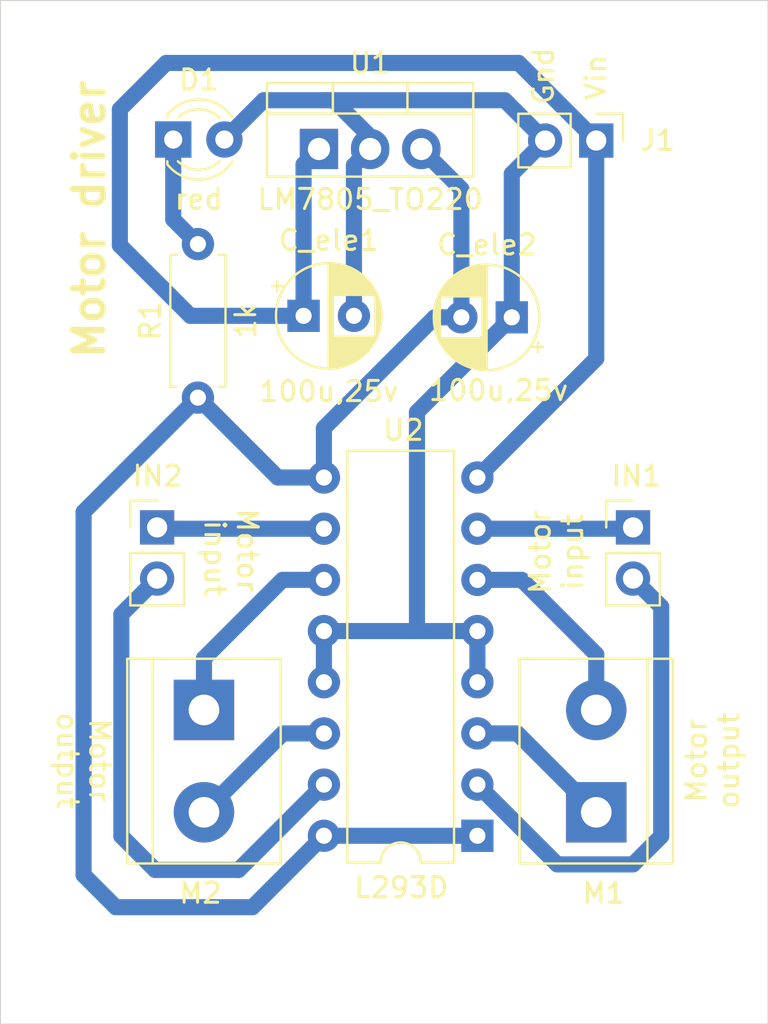
<source format=kicad_pcb>
(kicad_pcb (version 20240108) (generator "pcbnew") (generator_version "8.0")
  (layers (0 "F.Cu" signal) (31 "B.Cu" signal) (34 "B.Paste" user) (35 "F.Paste" user) (36 "B.SilkS" user "B.Silkscreen") (37 "F.SilkS" user "F.Silkscreen") (38 "B.Mask" user) (39 "F.Mask" user) (44 "Edge.Cuts" user))
  (net 0 "")
  (net 1 "/Vin")
  (net 2 "/GND")
  (net 3 "Net-(C_ele2-C)")
  (net 4 "Net-(D1-A)")
  (net 5 "Net-(IN1-Pin_2)")
  (net 6 "Net-(IN1-Pin_1)")
  (net 7 "Net-(IN2-Pin_1)")
  (net 8 "Net-(IN2-Pin_2)")
  (net 9 "Net-(M1-Pin_1)")
  (net 10 "Net-(M1-Pin_2)")
  (net 11 "Net-(M2-Pin_1)")
  (net 12 "Net-(M2-Pin_2)")
  (footprint "Resistor_THT:R_Axial_DIN0207_L6.3mm_D2.5mm_P7.62mm_Horizontal" (layer "F.Cu") (at 145.275 89.135 90)
    (property "Reference" "R1" (at 3.81 -2.37 90) (layer "F.SilkS"))
    (property "Value" "1k" (at 3.81 2.37 90) (layer "F.SilkS"))
    (fp_line (start 7.08 -1.37) (end 7.08 -1.04) (stroke (width 0.12)) (layer "F.SilkS"))
    (fp_line (start 0.54 -1.37) (end 7.08 -1.37) (stroke (width 0.12)) (layer "F.SilkS"))
    (fp_line (start 0.54 -1.04) (end 0.54 -1.37) (stroke (width 0.12)) (layer "F.SilkS"))
    (fp_line (start 0.54 1.04) (end 0.54 1.37) (stroke (width 0.12)) (layer "F.SilkS"))
    (fp_line (start 7.08 1.37) (end 7.08 1.04) (stroke (width 0.12)) (layer "F.SilkS"))
    (fp_line (start 0.54 1.37) (end 7.08 1.37) (stroke (width 0.12)) (layer "F.SilkS"))
    (pad "1" thru_hole circle (at 0 0 90) (size 1.6 1.6) (drill 0.8) (layers "*.Cu" "*.Mask") (net 3 "Net-(C_ele2-C)"))
    (pad "2" thru_hole oval (at 7.62 0 90) (size 1.6 1.6) (drill 0.8) (layers "*.Cu" "*.Mask") (net 4 "Net-(D1-A)"))
  )
  (footprint "Package_DIP:DIP-16_W7.62mm" (layer "F.Cu") (at 159.15 110.88 180)
    (property "Reference" "U2" (at 3.675 20.13 360) (layer "F.SilkS"))
    (property "Value" "L293D" (at 3.775 -2.57 0) (layer "F.SilkS"))
    (fp_line (start 6.46 19.11) (end 6.46 -1.33) (stroke (width 0.12)) (layer "F.SilkS"))
    (fp_line (start 6.46 -1.33) (end 4.81 -1.33) (stroke (width 0.12)) (layer "F.SilkS"))
    (fp_line (start 2.81 -1.33) (end 1.16 -1.33) (stroke (width 0.12)) (layer "F.SilkS"))
    (fp_line (start 1.16 19.11) (end 6.46 19.11) (stroke (width 0.12)) (layer "F.SilkS"))
    (fp_line (start 1.16 -1.33) (end 1.16 19.11) (stroke (width 0.12)) (layer "F.SilkS"))
    (fp_arc (start 4.81 -1.33) (mid 3.81 -0.33) (end 2.81 -1.33) (stroke (width 0.12)) (layer "F.SilkS"))
    (pad "1" thru_hole rect (at 0 0 180) (size 1.6 1.6) (drill 0.8) (layers "*.Cu" "*.Mask") (net 3 "Net-(C_ele2-C)"))
    (pad "2" thru_hole oval (at 0 2.54 180) (size 1.6 1.6) (drill 0.8) (layers "*.Cu" "*.Mask") (net 5 "Net-(IN1-Pin_2)"))
    (pad "3" thru_hole oval (at 0 5.08 180) (size 1.6 1.6) (drill 0.8) (layers "*.Cu" "*.Mask") (net 9 "Net-(M1-Pin_1)"))
    (pad "4" thru_hole oval (at 0 7.62 180) (size 1.6 1.6) (drill 0.8) (layers "*.Cu" "*.Mask") (net 2 "/GND"))
    (pad "5" thru_hole oval (at 0 10.16 180) (size 1.6 1.6) (drill 0.8) (layers "*.Cu" "*.Mask") (net 2 "/GND"))
    (pad "6" thru_hole oval (at 0 12.7 180) (size 1.6 1.6) (drill 0.8) (layers "*.Cu" "*.Mask") (net 10 "Net-(M1-Pin_2)"))
    (pad "7" thru_hole oval (at 0 15.24 180) (size 1.6 1.6) (drill 0.8) (layers "*.Cu" "*.Mask") (net 6 "Net-(IN1-Pin_1)"))
    (pad "8" thru_hole oval (at 0 17.78 180) (size 1.6 1.6) (drill 0.8) (layers "*.Cu" "*.Mask") (net 1 "/Vin"))
    (pad "9" thru_hole oval (at 7.62 17.78 180) (size 1.6 1.6) (drill 0.8) (layers "*.Cu" "*.Mask") (net 3 "Net-(C_ele2-C)"))
    (pad "10" thru_hole oval (at 7.62 15.24 180) (size 1.6 1.6) (drill 0.8) (layers "*.Cu" "*.Mask") (net 7 "Net-(IN2-Pin_1)"))
    (pad "11" thru_hole oval (at 7.62 12.7 180) (size 1.6 1.6) (drill 0.8) (layers "*.Cu" "*.Mask") (net 11 "Net-(M2-Pin_1)"))
    (pad "12" thru_hole oval (at 7.62 10.16 180) (size 1.6 1.6) (drill 0.8) (layers "*.Cu" "*.Mask") (net 2 "/GND"))
    (pad "13" thru_hole oval (at 7.62 7.62 180) (size 1.6 1.6) (drill 0.8) (layers "*.Cu" "*.Mask") (net 2 "/GND"))
    (pad "14" thru_hole oval (at 7.62 5.08 180) (size 1.6 1.6) (drill 0.8) (layers "*.Cu" "*.Mask") (net 12 "Net-(M2-Pin_2)"))
    (pad "15" thru_hole oval (at 7.62 2.54 180) (size 1.6 1.6) (drill 0.8) (layers "*.Cu" "*.Mask") (net 8 "Net-(IN2-Pin_2)"))
    (pad "16" thru_hole oval (at 7.62 0 180) (size 1.6 1.6) (drill 0.8) (layers "*.Cu" "*.Mask") (net 3 "Net-(C_ele2-C)"))
  )
  (footprint "TerminalBlock:TerminalBlock_bornier-2_P5.08mm" (layer "F.Cu") (at 145.575 104.635 -90)
    (property "Reference" "M2" (at 9.09 0.175 0) (layer "F.SilkS"))
    (property "Value" "Conn_01x02_Pin" (hide yes))
    (fp_line (start -2.54 3.81) (end 7.62 3.81) (stroke (width 0.12)) (layer "F.SilkS"))
    (fp_line (start 7.62 3.81) (end 7.62 -3.81) (stroke (width 0.12)) (layer "F.SilkS"))
    (fp_line (start 7.62 2.54) (end -2.54 2.54) (stroke (width 0.12)) (layer "F.SilkS"))
    (fp_line (start -2.54 -3.81) (end -2.54 3.81) (stroke (width 0.12)) (layer "F.SilkS"))
    (fp_line (start 7.62 -3.81) (end -2.54 -3.81) (stroke (width 0.12)) (layer "F.SilkS"))
    (pad "1" thru_hole rect (at 0 0 270) (size 3 3) (drill 1.52) (layers "*.Cu" "*.Mask") (net 11 "Net-(M2-Pin_1)"))
    (pad "2" thru_hole circle (at 5.08 0 270) (size 3 3) (drill 1.52) (layers "*.Cu" "*.Mask") (net 12 "Net-(M2-Pin_2)"))
  )
  (footprint "Connector_PinHeader_2.54mm:PinHeader_1x02_P2.54mm_Vertical" (layer "F.Cu") (at 165.05 76.375 -90)
    (property "Reference" "J1" (at -0.015 -3.05 180) (layer "F.SilkS"))
    (property "Value" "Conn_01x02_Pin" (hide yes))
    (fp_line (start -1.33 3.87) (end 1.33 3.87) (stroke (width 0.12)) (layer "F.SilkS"))
    (fp_line (start -1.33 1.27) (end -1.33 3.87) (stroke (width 0.12)) (layer "F.SilkS"))
    (fp_line (start -1.33 1.27) (end 1.33 1.27) (stroke (width 0.12)) (layer "F.SilkS"))
    (fp_line (start 1.33 1.27) (end 1.33 3.87) (stroke (width 0.12)) (layer "F.SilkS"))
    (fp_line (start -1.33 0) (end -1.33 -1.33) (stroke (width 0.12)) (layer "F.SilkS"))
    (fp_line (start -1.33 -1.33) (end 0 -1.33) (stroke (width 0.12)) (layer "F.SilkS"))
    (pad "1" thru_hole rect (at 0 0 270) (size 1.7 1.7) (drill 1) (layers "*.Cu" "*.Mask") (net 1 "/Vin"))
    (pad "2" thru_hole oval (at 0 2.54 270) (size 1.7 1.7) (drill 1) (layers "*.Cu" "*.Mask") (net 2 "/GND"))
  )
  (footprint "LED_THT:LED_D3.0mm" (layer "F.Cu") (at 144.05 76.325)
    (property "Reference" "D1" (at 1.27 -2.96 0) (layer "F.SilkS"))
    (property "Value" "red" (at 1.27 2.96 0) (layer "F.SilkS"))
    (fp_line (start -0.29 -1.236) (end -0.29 -1.08) (stroke (width 0.12)) (layer "F.SilkS"))
    (fp_line (start -0.29 1.08) (end -0.29 1.236) (stroke (width 0.12)) (layer "F.SilkS"))
    (fp_arc (start -0.29 -1.235516) (mid 1.366487 -1.987659) (end 2.942335 -1.078608) (stroke (width 0.12)) (layer "F.SilkS"))
    (fp_arc (start 0.229039 -1.08) (mid 1.270117 -1.5) (end 2.31113 -1.079837) (stroke (width 0.12)) (layer "F.SilkS"))
    (fp_arc (start 2.31113 1.079837) (mid 1.270117 1.5) (end 0.229039 1.08) (stroke (width 0.12)) (layer "F.SilkS"))
    (fp_arc (start 2.942335 1.078608) (mid 1.366487 1.987659) (end -0.29 1.235516) (stroke (width 0.12)) (layer "F.SilkS"))
    (pad "1" thru_hole rect (at 0 0) (size 1.8 1.8) (drill 0.9) (layers "*.Cu" "*.Mask") (net 4 "Net-(D1-A)"))
    (pad "2" thru_hole circle (at 2.54 0) (size 1.8 1.8) (drill 0.9) (layers "*.Cu" "*.Mask") (net 2 "/GND"))
  )
  (footprint "Connector_PinHeader_2.54mm:PinHeader_1x02_P2.54mm_Vertical" (layer "F.Cu") (at 143.25 95.575)
    (property "Reference" "IN2" (at 0.025 -2.55 0) (layer "F.SilkS"))
    (property "Value" "Conn_01x02_Pin" (hide yes))
    (fp_line (start -1.33 -1.33) (end 0 -1.33) (stroke (width 0.12)) (layer "F.SilkS"))
    (fp_line (start -1.33 0) (end -1.33 -1.33) (stroke (width 0.12)) (layer "F.SilkS"))
    (fp_line (start -1.33 1.27) (end -1.33 3.87) (stroke (width 0.12)) (layer "F.SilkS"))
    (fp_line (start -1.33 1.27) (end 1.33 1.27) (stroke (width 0.12)) (layer "F.SilkS"))
    (fp_line (start -1.33 3.87) (end 1.33 3.87) (stroke (width 0.12)) (layer "F.SilkS"))
    (fp_line (start 1.33 1.27) (end 1.33 3.87) (stroke (width 0.12)) (layer "F.SilkS"))
    (pad "1" thru_hole rect (at 0 0) (size 1.7 1.7) (drill 1) (layers "*.Cu" "*.Mask") (net 7 "Net-(IN2-Pin_1)"))
    (pad "2" thru_hole oval (at 0 2.54) (size 1.7 1.7) (drill 1) (layers "*.Cu" "*.Mask") (net 8 "Net-(IN2-Pin_2)"))
  )
  (footprint "Capacitor_THT:CP_Radial_D5.0mm_P2.50mm" (layer "F.Cu") (at 160.855113 85.15 180)
    (property "Reference" "C_ele2" (at 1.230113 3.6 360) (layer "F.SilkS"))
    (property "Value" "100u,25v" (at 0.655113 -3.625 360) (layer "F.SilkS"))
    (fp_line (start 3.851 -0.284) (end 3.851 0.284) (stroke (width 0.12)) (layer "F.SilkS"))
    (fp_line (start 3.811 -0.518) (end 3.811 0.518) (stroke (width 0.12)) (layer "F.SilkS"))
    (fp_line (start 3.771 -0.677) (end 3.771 0.677) (stroke (width 0.12)) (layer "F.SilkS"))
    (fp_line (start 3.731 -0.805) (end 3.731 0.805) (stroke (width 0.12)) (layer "F.SilkS"))
    (fp_line (start 3.691 -0.915) (end 3.691 0.915) (stroke (width 0.12)) (layer "F.SilkS"))
    (fp_line (start 3.651 -1.011) (end 3.651 1.011) (stroke (width 0.12)) (layer "F.SilkS"))
    (fp_line (start 3.611 -1.098) (end 3.611 1.098) (stroke (width 0.12)) (layer "F.SilkS"))
    (fp_line (start 3.571 -1.178) (end 3.571 1.178) (stroke (width 0.12)) (layer "F.SilkS"))
    (fp_line (start 3.531 1.04) (end 3.531 1.251) (stroke (width 0.12)) (layer "F.SilkS"))
    (fp_line (start 3.531 -1.251) (end 3.531 -1.04) (stroke (width 0.12)) (layer "F.SilkS"))
    (fp_line (start 3.491 1.04) (end 3.491 1.319) (stroke (width 0.12)) (layer "F.SilkS"))
    (fp_line (start 3.491 -1.319) (end 3.491 -1.04) (stroke (width 0.12)) (layer "F.SilkS"))
    (fp_line (start 3.451 1.04) (end 3.451 1.383) (stroke (width 0.12)) (layer "F.SilkS"))
    (fp_line (start 3.451 -1.383) (end 3.451 -1.04) (stroke (width 0.12)) (layer "F.SilkS"))
    (fp_line (start 3.411 1.04) (end 3.411 1.443) (stroke (width 0.12)) (layer "F.SilkS"))
    (fp_line (start 3.411 -1.443) (end 3.411 -1.04) (stroke (width 0.12)) (layer "F.SilkS"))
    (fp_line (start 3.371 1.04) (end 3.371 1.5) (stroke (width 0.12)) (layer "F.SilkS"))
    (fp_line (start 3.371 -1.5) (end 3.371 -1.04) (stroke (width 0.12)) (layer "F.SilkS"))
    (fp_line (start 3.331 1.04) (end 3.331 1.554) (stroke (width 0.12)) (layer "F.SilkS"))
    (fp_line (start 3.331 -1.554) (end 3.331 -1.04) (stroke (width 0.12)) (layer "F.SilkS"))
    (fp_line (start 3.291 1.04) (end 3.291 1.605) (stroke (width 0.12)) (layer "F.SilkS"))
    (fp_line (start 3.291 -1.605) (end 3.291 -1.04) (stroke (width 0.12)) (layer "F.SilkS"))
    (fp_line (start 3.251 1.04) (end 3.251 1.653) (stroke (width 0.12)) (layer "F.SilkS"))
    (fp_line (start 3.251 -1.653) (end 3.251 -1.04) (stroke (width 0.12)) (layer "F.SilkS"))
    (fp_line (start 3.211 1.04) (end 3.211 1.699) (stroke (width 0.12)) (layer "F.SilkS"))
    (fp_line (start 3.211 -1.699) (end 3.211 -1.04) (stroke (width 0.12)) (layer "F.SilkS"))
    (fp_line (start 3.171 1.04) (end 3.171 1.743) (stroke (width 0.12)) (layer "F.SilkS"))
    (fp_line (start 3.171 -1.743) (end 3.171 -1.04) (stroke (width 0.12)) (layer "F.SilkS"))
    (fp_line (start 3.131 1.04) (end 3.131 1.785) (stroke (width 0.12)) (layer "F.SilkS"))
    (fp_line (start 3.131 -1.785) (end 3.131 -1.04) (stroke (width 0.12)) (layer "F.SilkS"))
    (fp_line (start 3.091 1.04) (end 3.091 1.826) (stroke (width 0.12)) (layer "F.SilkS"))
    (fp_line (start 3.091 -1.826) (end 3.091 -1.04) (stroke (width 0.12)) (layer "F.SilkS"))
    (fp_line (start 3.051 1.04) (end 3.051 1.864) (stroke (width 0.12)) (layer "F.SilkS"))
    (fp_line (start 3.051 -1.864) (end 3.051 -1.04) (stroke (width 0.12)) (layer "F.SilkS"))
    (fp_line (start 3.011 1.04) (end 3.011 1.901) (stroke (width 0.12)) (layer "F.SilkS"))
    (fp_line (start 3.011 -1.901) (end 3.011 -1.04) (stroke (width 0.12)) (layer "F.SilkS"))
    (fp_line (start 2.971 1.04) (end 2.971 1.937) (stroke (width 0.12)) (layer "F.SilkS"))
    (fp_line (start 2.971 -1.937) (end 2.971 -1.04) (stroke (width 0.12)) (layer "F.SilkS"))
    (fp_line (start 2.931 1.04) (end 2.931 1.971) (stroke (width 0.12)) (layer "F.SilkS"))
    (fp_line (start 2.931 -1.971) (end 2.931 -1.04) (stroke (width 0.12)) (layer "F.SilkS"))
    (fp_line (start 2.891 1.04) (end 2.891 2.004) (stroke (width 0.12)) (layer "F.SilkS"))
    (fp_line (start 2.891 -2.004) (end 2.891 -1.04) (stroke (width 0.12)) (layer "F.SilkS"))
    (fp_line (start 2.851 1.04) (end 2.851 2.035) (stroke (width 0.12)) (layer "F.SilkS"))
    (fp_line (start 2.851 -2.035) (end 2.851 -1.04) (stroke (width 0.12)) (layer "F.SilkS"))
    (fp_line (start 2.811 1.04) (end 2.811 2.065) (stroke (width 0.12)) (layer "F.SilkS"))
    (fp_line (start 2.811 -2.065) (end 2.811 -1.04) (stroke (width 0.12)) (layer "F.SilkS"))
    (fp_line (start 2.771 1.04) (end 2.771 2.095) (stroke (width 0.12)) (layer "F.SilkS"))
    (fp_line (start 2.771 -2.095) (end 2.771 -1.04) (stroke (width 0.12)) (layer "F.SilkS"))
    (fp_line (start 2.731 1.04) (end 2.731 2.122) (stroke (width 0.12)) (layer "F.SilkS"))
    (fp_line (start 2.731 -2.122) (end 2.731 -1.04) (stroke (width 0.12)) (layer "F.SilkS"))
    (fp_line (start 2.691 1.04) (end 2.691 2.149) (stroke (width 0.12)) (layer "F.SilkS"))
    (fp_line (start 2.691 -2.149) (end 2.691 -1.04) (stroke (width 0.12)) (layer "F.SilkS"))
    (fp_line (start 2.651 1.04) (end 2.651 2.175) (stroke (width 0.12)) (layer "F.SilkS"))
    (fp_line (start 2.651 -2.175) (end 2.651 -1.04) (stroke (width 0.12)) (layer "F.SilkS"))
    (fp_line (start 2.611 1.04) (end 2.611 2.2) (stroke (width 0.12)) (layer "F.SilkS"))
    (fp_line (start 2.611 -2.2) (end 2.611 -1.04) (stroke (width 0.12)) (layer "F.SilkS"))
    (fp_line (start 2.571 1.04) (end 2.571 2.224) (stroke (width 0.12)) (layer "F.SilkS"))
    (fp_line (start 2.571 -2.224) (end 2.571 -1.04) (stroke (width 0.12)) (layer "F.SilkS"))
    (fp_line (start 2.531 1.04) (end 2.531 2.247) (stroke (width 0.12)) (layer "F.SilkS"))
    (fp_line (start 2.531 -2.247) (end 2.531 -1.04) (stroke (width 0.12)) (layer "F.SilkS"))
    (fp_line (start 2.491 1.04) (end 2.491 2.268) (stroke (width 0.12)) (layer "F.SilkS"))
    (fp_line (start 2.491 -2.268) (end 2.491 -1.04) (stroke (width 0.12)) (layer "F.SilkS"))
    (fp_line (start 2.451 1.04) (end 2.451 2.29) (stroke (width 0.12)) (layer "F.SilkS"))
    (fp_line (start 2.451 -2.29) (end 2.451 -1.04) (stroke (width 0.12)) (layer "F.SilkS"))
    (fp_line (start 2.411 1.04) (end 2.411 2.31) (stroke (width 0.12)) (layer "F.SilkS"))
    (fp_line (start 2.411 -2.31) (end 2.411 -1.04) (stroke (width 0.12)) (layer "F.SilkS"))
    (fp_line (start 2.371 1.04) (end 2.371 2.329) (stroke (width 0.12)) (layer "F.SilkS"))
    (fp_line (start 2.371 -2.329) (end 2.371 -1.04) (stroke (width 0.12)) (layer "F.SilkS"))
    (fp_line (start 2.331 1.04) (end 2.331 2.348) (stroke (width 0.12)) (layer "F.SilkS"))
    (fp_line (start 2.331 -2.348) (end 2.331 -1.04) (stroke (width 0.12)) (layer "F.SilkS"))
    (fp_line (start 2.291 1.04) (end 2.291 2.365) (stroke (width 0.12)) (layer "F.SilkS"))
    (fp_line (start 2.291 -2.365) (end 2.291 -1.04) (stroke (width 0.12)) (layer "F.SilkS"))
    (fp_line (start 2.251 1.04) (end 2.251 2.382) (stroke (width 0.12)) (layer "F.SilkS"))
    (fp_line (start 2.251 -2.382) (end 2.251 -1.04) (stroke (width 0.12)) (layer "F.SilkS"))
    (fp_line (start 2.211 1.04) (end 2.211 2.398) (stroke (width 0.12)) (layer "F.SilkS"))
    (fp_line (start 2.211 -2.398) (end 2.211 -1.04) (stroke (width 0.12)) (layer "F.SilkS"))
    (fp_line (start 2.171 1.04) (end 2.171 2.414) (stroke (width 0.12)) (layer "F.SilkS"))
    (fp_line (start 2.171 -2.414) (end 2.171 -1.04) (stroke (width 0.12)) (layer "F.SilkS"))
    (fp_line (start 2.131 1.04) (end 2.131 2.428) (stroke (width 0.12)) (layer "F.SilkS"))
    (fp_line (start 2.131 -2.428) (end 2.131 -1.04) (stroke (width 0.12)) (layer "F.SilkS"))
    (fp_line (start 2.091 1.04) (end 2.091 2.442) (stroke (width 0.12)) (layer "F.SilkS"))
    (fp_line (start 2.091 -2.442) (end 2.091 -1.04) (stroke (width 0.12)) (layer "F.SilkS"))
    (fp_line (start 2.051 1.04) (end 2.051 2.455) (stroke (width 0.12)) (layer "F.SilkS"))
    (fp_line (start 2.051 -2.455) (end 2.051 -1.04) (stroke (width 0.12)) (layer "F.SilkS"))
    (fp_line (start 2.011 1.04) (end 2.011 2.468) (stroke (width 0.12)) (layer "F.SilkS"))
    (fp_line (start 2.011 -2.468) (end 2.011 -1.04) (stroke (width 0.12)) (layer "F.SilkS"))
    (fp_line (start 1.971 1.04) (end 1.971 2.48) (stroke (width 0.12)) (layer "F.SilkS"))
    (fp_line (start 1.971 -2.48) (end 1.971 -1.04) (stroke (width 0.12)) (layer "F.SilkS"))
    (fp_line (start 1.93 1.04) (end 1.93 2.491) (stroke (width 0.12)) (layer "F.SilkS"))
    (fp_line (start 1.93 -2.491) (end 1.93 -1.04) (stroke (width 0.12)) (layer "F.SilkS"))
    (fp_line (start 1.89 1.04) (end 1.89 2.501) (stroke (width 0.12)) (layer "F.SilkS"))
    (fp_line (start 1.89 -2.501) (end 1.89 -1.04) (stroke (width 0.12)) (layer "F.SilkS"))
    (fp_line (start 1.85 1.04) (end 1.85 2.511) (stroke (width 0.12)) (layer "F.SilkS"))
    (fp_line (start 1.85 -2.511) (end 1.85 -1.04) (stroke (width 0.12)) (layer "F.SilkS"))
    (fp_line (start 1.81 1.04) (end 1.81 2.52) (stroke (width 0.12)) (layer "F.SilkS"))
    (fp_line (start 1.81 -2.52) (end 1.81 -1.04) (stroke (width 0.12)) (layer "F.SilkS"))
    (fp_line (start 1.77 1.04) (end 1.77 2.528) (stroke (width 0.12)) (layer "F.SilkS"))
    (fp_line (start 1.77 -2.528) (end 1.77 -1.04) (stroke (width 0.12)) (layer "F.SilkS"))
    (fp_line (start 1.73 1.04) (end 1.73 2.536) (stroke (width 0.12)) (layer "F.SilkS"))
    (fp_line (start 1.73 -2.536) (end 1.73 -1.04) (stroke (width 0.12)) (layer "F.SilkS"))
    (fp_line (start 1.69 1.04) (end 1.69 2.543) (stroke (width 0.12)) (layer "F.SilkS"))
    (fp_line (start 1.69 -2.543) (end 1.69 -1.04) (stroke (width 0.12)) (layer "F.SilkS"))
    (fp_line (start 1.65 1.04) (end 1.65 2.55) (stroke (width 0.12)) (layer "F.SilkS"))
    (fp_line (start 1.65 -2.55) (end 1.65 -1.04) (stroke (width 0.12)) (layer "F.SilkS"))
    (fp_line (start 1.61 1.04) (end 1.61 2.556) (stroke (width 0.12)) (layer "F.SilkS"))
    (fp_line (start 1.61 -2.556) (end 1.61 -1.04) (stroke (width 0.12)) (layer "F.SilkS"))
    (fp_line (start 1.57 1.04) (end 1.57 2.561) (stroke (width 0.12)) (layer "F.SilkS"))
    (fp_line (start 1.57 -2.561) (end 1.57 -1.04) (stroke (width 0.12)) (layer "F.SilkS"))
    (fp_line (start 1.53 1.04) (end 1.53 2.565) (stroke (width 0.12)) (layer "F.SilkS"))
    (fp_line (start 1.53 -2.565) (end 1.53 -1.04) (stroke (width 0.12)) (layer "F.SilkS"))
    (fp_line (start 1.49 1.04) (end 1.49 2.569) (stroke (width 0.12)) (layer "F.SilkS"))
    (fp_line (start 1.49 -2.569) (end 1.49 -1.04) (stroke (width 0.12)) (layer "F.SilkS"))
    (fp_line (start 1.45 -2.573) (end 1.45 2.573) (stroke (width 0.12)) (layer "F.SilkS"))
    (fp_line (start 1.41 -2.576) (end 1.41 2.576) (stroke (width 0.12)) (layer "F.SilkS"))
    (fp_line (start 1.37 -2.578) (end 1.37 2.578) (stroke (width 0.12)) (layer "F.SilkS"))
    (fp_line (start 1.33 -2.579) (end 1.33 2.579) (stroke (width 0.12)) (layer "F.SilkS"))
    (fp_line (start 1.29 -2.58) (end 1.29 2.58) (stroke (width 0.12)) (layer "F.SilkS"))
    (fp_line (start 1.25 -2.58) (end 1.25 2.58) (stroke (width 0.12)) (layer "F.SilkS"))
    (fp_line (start -1.304775 -1.725) (end -1.304775 -1.225) (stroke (width 0.12)) (layer "F.SilkS"))
    (fp_line (start -1.554775 -1.475) (end -1.054775 -1.475) (stroke (width 0.12)) (layer "F.SilkS"))
    (fp_circle (center 1.25 0) (end 3.87 0) (stroke (width 0.12)) (fill none) (layer "F.SilkS"))
    (pad "1" thru_hole rect (at 0 0 180) (size 1.6 1.6) (drill 0.8) (layers "*.Cu" "*.Mask") (net 2 "/GND"))
    (pad "2" thru_hole circle (at 2.5 0 180) (size 1.6 1.6) (drill 0.8) (layers "*.Cu" "*.Mask") (net 3 "Net-(C_ele2-C)"))
  )
  (footprint "Connector_PinHeader_2.54mm:PinHeader_1x02_P2.54mm_Vertical" (layer "F.Cu") (at 166.875 95.575)
    (property "Reference" "IN1" (at 0.175 -2.55 0) (layer "F.SilkS"))
    (property "Value" "Conn_01x02_Pin" (hide yes))
    (fp_line (start -1.33 -1.33) (end 0 -1.33) (stroke (width 0.12)) (layer "F.SilkS"))
    (fp_line (start -1.33 0) (end -1.33 -1.33) (stroke (width 0.12)) (layer "F.SilkS"))
    (fp_line (start -1.33 1.27) (end -1.33 3.87) (stroke (width 0.12)) (layer "F.SilkS"))
    (fp_line (start -1.33 1.27) (end 1.33 1.27) (stroke (width 0.12)) (layer "F.SilkS"))
    (fp_line (start -1.33 3.87) (end 1.33 3.87) (stroke (width 0.12)) (layer "F.SilkS"))
    (fp_line (start 1.33 1.27) (end 1.33 3.87) (stroke (width 0.12)) (layer "F.SilkS"))
    (pad "1" thru_hole rect (at 0 0) (size 1.7 1.7) (drill 1) (layers "*.Cu" "*.Mask") (net 6 "Net-(IN1-Pin_1)"))
    (pad "2" thru_hole oval (at 0 2.54) (size 1.7 1.7) (drill 1) (layers "*.Cu" "*.Mask") (net 5 "Net-(IN1-Pin_2)"))
  )
  (footprint "Capacitor_THT:CP_Radial_D5.0mm_P2.50mm" (layer "F.Cu") (at 150.519888 85.075)
    (property "Reference" "C_ele1" (at 1.25 -3.75 0) (layer "F.SilkS"))
    (property "Value" "100u,25v" (at 1.25 3.75 0) (layer "F.SilkS"))
    (fp_line (start -1.554775 -1.475) (end -1.054775 -1.475) (stroke (width 0.12)) (layer "F.SilkS"))
    (fp_line (start -1.304775 -1.725) (end -1.304775 -1.225) (stroke (width 0.12)) (layer "F.SilkS"))
    (fp_line (start 1.25 -2.58) (end 1.25 2.58) (stroke (width 0.12)) (layer "F.SilkS"))
    (fp_line (start 1.29 -2.58) (end 1.29 2.58) (stroke (width 0.12)) (layer "F.SilkS"))
    (fp_line (start 1.33 -2.579) (end 1.33 2.579) (stroke (width 0.12)) (layer "F.SilkS"))
    (fp_line (start 1.37 -2.578) (end 1.37 2.578) (stroke (width 0.12)) (layer "F.SilkS"))
    (fp_line (start 1.41 -2.576) (end 1.41 2.576) (stroke (width 0.12)) (layer "F.SilkS"))
    (fp_line (start 1.45 -2.573) (end 1.45 2.573) (stroke (width 0.12)) (layer "F.SilkS"))
    (fp_line (start 1.49 -2.569) (end 1.49 -1.04) (stroke (width 0.12)) (layer "F.SilkS"))
    (fp_line (start 1.49 1.04) (end 1.49 2.569) (stroke (width 0.12)) (layer "F.SilkS"))
    (fp_line (start 1.53 -2.565) (end 1.53 -1.04) (stroke (width 0.12)) (layer "F.SilkS"))
    (fp_line (start 1.53 1.04) (end 1.53 2.565) (stroke (width 0.12)) (layer "F.SilkS"))
    (fp_line (start 1.57 -2.561) (end 1.57 -1.04) (stroke (width 0.12)) (layer "F.SilkS"))
    (fp_line (start 1.57 1.04) (end 1.57 2.561) (stroke (width 0.12)) (layer "F.SilkS"))
    (fp_line (start 1.61 -2.556) (end 1.61 -1.04) (stroke (width 0.12)) (layer "F.SilkS"))
    (fp_line (start 1.61 1.04) (end 1.61 2.556) (stroke (width 0.12)) (layer "F.SilkS"))
    (fp_line (start 1.65 -2.55) (end 1.65 -1.04) (stroke (width 0.12)) (layer "F.SilkS"))
    (fp_line (start 1.65 1.04) (end 1.65 2.55) (stroke (width 0.12)) (layer "F.SilkS"))
    (fp_line (start 1.69 -2.543) (end 1.69 -1.04) (stroke (width 0.12)) (layer "F.SilkS"))
    (fp_line (start 1.69 1.04) (end 1.69 2.543) (stroke (width 0.12)) (layer "F.SilkS"))
    (fp_line (start 1.73 -2.536) (end 1.73 -1.04) (stroke (width 0.12)) (layer "F.SilkS"))
    (fp_line (start 1.73 1.04) (end 1.73 2.536) (stroke (width 0.12)) (layer "F.SilkS"))
    (fp_line (start 1.77 -2.528) (end 1.77 -1.04) (stroke (width 0.12)) (layer "F.SilkS"))
    (fp_line (start 1.77 1.04) (end 1.77 2.528) (stroke (width 0.12)) (layer "F.SilkS"))
    (fp_line (start 1.81 -2.52) (end 1.81 -1.04) (stroke (width 0.12)) (layer "F.SilkS"))
    (fp_line (start 1.81 1.04) (end 1.81 2.52) (stroke (width 0.12)) (layer "F.SilkS"))
    (fp_line (start 1.85 -2.511) (end 1.85 -1.04) (stroke (width 0.12)) (layer "F.SilkS"))
    (fp_line (start 1.85 1.04) (end 1.85 2.511) (stroke (width 0.12)) (layer "F.SilkS"))
    (fp_line (start 1.89 -2.501) (end 1.89 -1.04) (stroke (width 0.12)) (layer "F.SilkS"))
    (fp_line (start 1.89 1.04) (end 1.89 2.501) (stroke (width 0.12)) (layer "F.SilkS"))
    (fp_line (start 1.93 -2.491) (end 1.93 -1.04) (stroke (width 0.12)) (layer "F.SilkS"))
    (fp_line (start 1.93 1.04) (end 1.93 2.491) (stroke (width 0.12)) (layer "F.SilkS"))
    (fp_line (start 1.971 -2.48) (end 1.971 -1.04) (stroke (width 0.12)) (layer "F.SilkS"))
    (fp_line (start 1.971 1.04) (end 1.971 2.48) (stroke (width 0.12)) (layer "F.SilkS"))
    (fp_line (start 2.011 -2.468) (end 2.011 -1.04) (stroke (width 0.12)) (layer "F.SilkS"))
    (fp_line (start 2.011 1.04) (end 2.011 2.468) (stroke (width 0.12)) (layer "F.SilkS"))
    (fp_line (start 2.051 -2.455) (end 2.051 -1.04) (stroke (width 0.12)) (layer "F.SilkS"))
    (fp_line (start 2.051 1.04) (end 2.051 2.455) (stroke (width 0.12)) (layer "F.SilkS"))
    (fp_line (start 2.091 -2.442) (end 2.091 -1.04) (stroke (width 0.12)) (layer "F.SilkS"))
    (fp_line (start 2.091 1.04) (end 2.091 2.442) (stroke (width 0.12)) (layer "F.SilkS"))
    (fp_line (start 2.131 -2.428) (end 2.131 -1.04) (stroke (width 0.12)) (layer "F.SilkS"))
    (fp_line (start 2.131 1.04) (end 2.131 2.428) (stroke (width 0.12)) (layer "F.SilkS"))
    (fp_line (start 2.171 -2.414) (end 2.171 -1.04) (stroke (width 0.12)) (layer "F.SilkS"))
    (fp_line (start 2.171 1.04) (end 2.171 2.414) (stroke (width 0.12)) (layer "F.SilkS"))
    (fp_line (start 2.211 -2.398) (end 2.211 -1.04) (stroke (width 0.12)) (layer "F.SilkS"))
    (fp_line (start 2.211 1.04) (end 2.211 2.398) (stroke (width 0.12)) (layer "F.SilkS"))
    (fp_line (start 2.251 -2.382) (end 2.251 -1.04) (stroke (width 0.12)) (layer "F.SilkS"))
    (fp_line (start 2.251 1.04) (end 2.251 2.382) (stroke (width 0.12)) (layer "F.SilkS"))
    (fp_line (start 2.291 -2.365) (end 2.291 -1.04) (stroke (width 0.12)) (layer "F.SilkS"))
    (fp_line (start 2.291 1.04) (end 2.291 2.365) (stroke (width 0.12)) (layer "F.SilkS"))
    (fp_line (start 2.331 -2.348) (end 2.331 -1.04) (stroke (width 0.12)) (layer "F.SilkS"))
    (fp_line (start 2.331 1.04) (end 2.331 2.348) (stroke (width 0.12)) (layer "F.SilkS"))
    (fp_line (start 2.371 -2.329) (end 2.371 -1.04) (stroke (width 0.12)) (layer "F.SilkS"))
    (fp_line (start 2.371 1.04) (end 2.371 2.329) (stroke (width 0.12)) (layer "F.SilkS"))
    (fp_line (start 2.411 -2.31) (end 2.411 -1.04) (stroke (width 0.12)) (layer "F.SilkS"))
    (fp_line (start 2.411 1.04) (end 2.411 2.31) (stroke (width 0.12)) (layer "F.SilkS"))
    (fp_line (start 2.451 -2.29) (end 2.451 -1.04) (stroke (width 0.12)) (layer "F.SilkS"))
    (fp_line (start 2.451 1.04) (end 2.451 2.29) (stroke (width 0.12)) (layer "F.SilkS"))
    (fp_line (start 2.491 -2.268) (end 2.491 -1.04) (stroke (width 0.12)) (layer "F.SilkS"))
    (fp_line (start 2.491 1.04) (end 2.491 2.268) (stroke (width 0.12)) (layer "F.SilkS"))
    (fp_line (start 2.531 -2.247) (end 2.531 -1.04) (stroke (width 0.12)) (layer "F.SilkS"))
    (fp_line (start 2.531 1.04) (end 2.531 2.247) (stroke (width 0.12)) (layer "F.SilkS"))
    (fp_line (start 2.571 -2.224) (end 2.571 -1.04) (stroke (width 0.12)) (layer "F.SilkS"))
    (fp_line (start 2.571 1.04) (end 2.571 2.224) (stroke (width 0.12)) (layer "F.SilkS"))
    (fp_line (start 2.611 -2.2) (end 2.611 -1.04) (stroke (width 0.12)) (layer "F.SilkS"))
    (fp_line (start 2.611 1.04) (end 2.611 2.2) (stroke (width 0.12)) (layer "F.SilkS"))
    (fp_line (start 2.651 -2.175) (end 2.651 -1.04) (stroke (width 0.12)) (layer "F.SilkS"))
    (fp_line (start 2.651 1.04) (end 2.651 2.175) (stroke (width 0.12)) (layer "F.SilkS"))
    (fp_line (start 2.691 -2.149) (end 2.691 -1.04) (stroke (width 0.12)) (layer "F.SilkS"))
    (fp_line (start 2.691 1.04) (end 2.691 2.149) (stroke (width 0.12)) (layer "F.SilkS"))
    (fp_line (start 2.731 -2.122) (end 2.731 -1.04) (stroke (width 0.12)) (layer "F.SilkS"))
    (fp_line (start 2.731 1.04) (end 2.731 2.122) (stroke (width 0.12)) (layer "F.SilkS"))
    (fp_line (start 2.771 -2.095) (end 2.771 -1.04) (stroke (width 0.12)) (layer "F.SilkS"))
    (fp_line (start 2.771 1.04) (end 2.771 2.095) (stroke (width 0.12)) (layer "F.SilkS"))
    (fp_line (start 2.811 -2.065) (end 2.811 -1.04) (stroke (width 0.12)) (layer "F.SilkS"))
    (fp_line (start 2.811 1.04) (end 2.811 2.065) (stroke (width 0.12)) (layer "F.SilkS"))
    (fp_line (start 2.851 -2.035) (end 2.851 -1.04) (stroke (width 0.12)) (layer "F.SilkS"))
    (fp_line (start 2.851 1.04) (end 2.851 2.035) (stroke (width 0.12)) (layer "F.SilkS"))
    (fp_line (start 2.891 -2.004) (end 2.891 -1.04) (stroke (width 0.12)) (layer "F.SilkS"))
    (fp_line (start 2.891 1.04) (end 2.891 2.004) (stroke (width 0.12)) (layer "F.SilkS"))
    (fp_line (start 2.931 -1.971) (end 2.931 -1.04) (stroke (width 0.12)) (layer "F.SilkS"))
    (fp_line (start 2.931 1.04) (end 2.931 1.971) (stroke (width 0.12)) (layer "F.SilkS"))
    (fp_line (start 2.971 -1.937) (end 2.971 -1.04) (stroke (width 0.12)) (layer "F.SilkS"))
    (fp_line (start 2.971 1.04) (end 2.971 1.937) (stroke (width 0.12)) (layer "F.SilkS"))
    (fp_line (start 3.011 -1.901) (end 3.011 -1.04) (stroke (width 0.12)) (layer "F.SilkS"))
    (fp_line (start 3.011 1.04) (end 3.011 1.901) (stroke (width 0.12)) (layer "F.SilkS"))
    (fp_line (start 3.051 -1.864) (end 3.051 -1.04) (stroke (width 0.12)) (layer "F.SilkS"))
    (fp_line (start 3.051 1.04) (end 3.051 1.864) (stroke (width 0.12)) (layer "F.SilkS"))
    (fp_line (start 3.091 -1.826) (end 3.091 -1.04) (stroke (width 0.12)) (layer "F.SilkS"))
    (fp_line (start 3.091 1.04) (end 3.091 1.826) (stroke (width 0.12)) (layer "F.SilkS"))
    (fp_line (start 3.131 -1.785) (end 3.131 -1.04) (stroke (width 0.12)) (layer "F.SilkS"))
    (fp_line (start 3.131 1.04) (end 3.131 1.785) (stroke (width 0.12)) (layer "F.SilkS"))
    (fp_line (start 3.171 -1.743) (end 3.171 -1.04) (stroke (width 0.12)) (layer "F.SilkS"))
    (fp_line (start 3.171 1.04) (end 3.171 1.743) (stroke (width 0.12)) (layer "F.SilkS"))
    (fp_line (start 3.211 -1.699) (end 3.211 -1.04) (stroke (width 0.12)) (layer "F.SilkS"))
    (fp_line (start 3.211 1.04) (end 3.211 1.699) (stroke (width 0.12)) (layer "F.SilkS"))
    (fp_line (start 3.251 -1.653) (end 3.251 -1.04) (stroke (width 0.12)) (layer "F.SilkS"))
    (fp_line (start 3.251 1.04) (end 3.251 1.653) (stroke (width 0.12)) (layer "F.SilkS"))
    (fp_line (start 3.291 -1.605) (end 3.291 -1.04) (stroke (width 0.12)) (layer "F.SilkS"))
    (fp_line (start 3.291 1.04) (end 3.291 1.605) (stroke (width 0.12)) (layer "F.SilkS"))
    (fp_line (start 3.331 -1.554) (end 3.331 -1.04) (stroke (width 0.12)) (layer "F.SilkS"))
    (fp_line (start 3.331 1.04) (end 3.331 1.554) (stroke (width 0.12)) (layer "F.SilkS"))
    (fp_line (start 3.371 -1.5) (end 3.371 -1.04) (stroke (width 0.12)) (layer "F.SilkS"))
    (fp_line (start 3.371 1.04) (end 3.371 1.5) (stroke (width 0.12)) (layer "F.SilkS"))
    (fp_line (start 3.411 -1.443) (end 3.411 -1.04) (stroke (width 0.12)) (layer "F.SilkS"))
    (fp_line (start 3.411 1.04) (end 3.411 1.443) (stroke (width 0.12)) (layer "F.SilkS"))
    (fp_line (start 3.451 -1.383) (end 3.451 -1.04) (stroke (width 0.12)) (layer "F.SilkS"))
    (fp_line (start 3.451 1.04) (end 3.451 1.383) (stroke (width 0.12)) (layer "F.SilkS"))
    (fp_line (start 3.491 -1.319) (end 3.491 -1.04) (stroke (width 0.12)) (layer "F.SilkS"))
    (fp_line (start 3.491 1.04) (end 3.491 1.319) (stroke (width 0.12)) (layer "F.SilkS"))
    (fp_line (start 3.531 -1.251) (end 3.531 -1.04) (stroke (width 0.12)) (layer "F.SilkS"))
    (fp_line (start 3.531 1.04) (end 3.531 1.251) (stroke (width 0.12)) (layer "F.SilkS"))
    (fp_line (start 3.571 -1.178) (end 3.571 1.178) (stroke (width 0.12)) (layer "F.SilkS"))
    (fp_line (start 3.611 -1.098) (end 3.611 1.098) (stroke (width 0.12)) (layer "F.SilkS"))
    (fp_line (start 3.651 -1.011) (end 3.651 1.011) (stroke (width 0.12)) (layer "F.SilkS"))
    (fp_line (start 3.691 -0.915) (end 3.691 0.915) (stroke (width 0.12)) (layer "F.SilkS"))
    (fp_line (start 3.731 -0.805) (end 3.731 0.805) (stroke (width 0.12)) (layer "F.SilkS"))
    (fp_line (start 3.771 -0.677) (end 3.771 0.677) (stroke (width 0.12)) (layer "F.SilkS"))
    (fp_line (start 3.811 -0.518) (end 3.811 0.518) (stroke (width 0.12)) (layer "F.SilkS"))
    (fp_line (start 3.851 -0.284) (end 3.851 0.284) (stroke (width 0.12)) (layer "F.SilkS"))
    (fp_circle (center 1.25 0) (end 3.87 0) (stroke (width 0.12)) (fill none) (layer "F.SilkS"))
    (pad "1" thru_hole rect (at 0 0) (size 1.6 1.6) (drill 0.8) (layers "*.Cu" "*.Mask") (net 1 "/Vin"))
    (pad "2" thru_hole circle (at 2.5 0) (size 1.6 1.6) (drill 0.8) (layers "*.Cu" "*.Mask") (net 2 "/GND"))
  )
  (footprint "Package_TO_SOT_THT:TO-220-3_Vertical" (layer "F.Cu") (at 151.285 76.795)
    (property "Reference" "U1" (at 2.54 -4.27 0) (layer "F.SilkS"))
    (property "Value" "LM7805_TO220" (at 2.54 2.5 0) (layer "F.SilkS"))
    (fp_line (start -2.58 -3.27) (end -2.58 1.371) (stroke (width 0.12)) (layer "F.SilkS"))
    (fp_line (start -2.58 -3.27) (end 7.66 -3.27) (stroke (width 0.12)) (layer "F.SilkS"))
    (fp_line (start -2.58 -1.76) (end 7.66 -1.76) (stroke (width 0.12)) (layer "F.SilkS"))
    (fp_line (start -2.58 1.371) (end 7.66 1.371) (stroke (width 0.12)) (layer "F.SilkS"))
    (fp_line (start 0.69 -3.27) (end 0.69 -1.76) (stroke (width 0.12)) (layer "F.SilkS"))
    (fp_line (start 4.391 -3.27) (end 4.391 -1.76) (stroke (width 0.12)) (layer "F.SilkS"))
    (fp_line (start 7.66 -3.27) (end 7.66 1.371) (stroke (width 0.12)) (layer "F.SilkS"))
    (pad "1" thru_hole rect (at 0 0) (size 1.905 2) (drill 1.1) (layers "*.Cu" "*.Mask") (net 1 "/Vin"))
    (pad "2" thru_hole oval (at 2.54 0) (size 1.905 2) (drill 1.1) (layers "*.Cu" "*.Mask") (net 2 "/GND"))
    (pad "3" thru_hole oval (at 5.08 0) (size 1.905 2) (drill 1.1) (layers "*.Cu" "*.Mask") (net 3 "Net-(C_ele2-C)"))
  )
  (footprint "TerminalBlock:TerminalBlock_bornier-2_P5.08mm" (layer "F.Cu") (at 165.05 109.715 90)
    (property "Reference" "M1" (hide yes))
    (property "Value" "Conn_01x02_Pin" (hide yes))
    (fp_line (start 7.62 -3.81) (end -2.54 -3.81) (stroke (width 0.12)) (layer "F.SilkS"))
    (fp_line (start -2.54 -3.81) (end -2.54 3.81) (stroke (width 0.12)) (layer "F.SilkS"))
    (fp_line (start 7.62 2.54) (end -2.54 2.54) (stroke (width 0.12)) (layer "F.SilkS"))
    (fp_line (start 7.62 3.81) (end 7.62 -3.81) (stroke (width 0.12)) (layer "F.SilkS"))
    (fp_line (start -2.54 3.81) (end 7.62 3.81) (stroke (width 0.12)) (layer "F.SilkS"))
    (pad "1" thru_hole rect (at 0 0 90) (size 3 3) (drill 1.52) (layers "*.Cu" "*.Mask") (net 9 "Net-(M1-Pin_1)"))
    (pad "2" thru_hole circle (at 5.08 0 90) (size 3 3) (drill 1.52) (layers "*.Cu" "*.Mask") (net 10 "Net-(M1-Pin_2)"))
  )
  (gr_rect (start 135.475 69.425) (end 173.575 120.225) (stroke (width 0.05)) (fill none) (layer "Edge.Cuts"))
  (gr_text "Motor\ninput\n\n" (at 163.875 96.8 90) (layer "F.SilkS") (effects (font (size 1 1))))
  (gr_text "Gnd\n" (at 162.425 73.175 90) (layer "F.SilkS") (effects (font (size 1 1))))
  (gr_text "Motor \ninput\n" (at 146.925 97.1 270) (layer "F.SilkS") (effects (font (size 1 1))))
  (gr_text "Motor\noutput" (at 139.6 107.15 -90) (layer "F.SilkS") (effects (font (size 1 1))))
  (gr_text "Motor driver\n" (at 139.875 80.275 90) (layer "F.SilkS") (effects (font (size 1.5 1.5) (thickness 0.3) (bold yes))))
  (gr_text "M1\n" (at 165.425 113.725 0) (layer "F.SilkS") (effects (font (size 1 1))))
  (gr_text "Motor\noutput\n" (at 170.825 107.15 90) (layer "F.SilkS") (effects (font (size 1 1))))
  (gr_text "Vin\n" (at 165.025 73.25 90) (layer "F.SilkS") (effects (font (size 1 1))))
  (segment (start 165.05 87.2) (end 159.15 93.1) (width 0.8) (layer "B.Cu") (net 1))
  (segment (start 165.05 76.375) (end 161.2 72.525) (width 0.8) (layer "B.Cu") (net 1))
  (segment (start 143.7 72.525) (end 141.4 74.825) (width 0.8) (layer "B.Cu") (net 1))
  (segment (start 165.05 76.375) (end 165.05 87.2) (width 0.8) (layer "B.Cu") (net 1))
  (segment (start 150.519888 85.075) (end 150.519888 77.560112) (width 0.8) (layer "B.Cu") (net 1))
  (segment (start 141.4 74.825) (end 141.4 81.575) (width 0.8) (layer "B.Cu") (net 1))
  (segment (start 161.2 72.525) (end 143.7 72.525) (width 0.8) (layer "B.Cu") (net 1))
  (segment (start 141.4 81.575) (end 144.9 85.075) (width 0.8) (layer "B.Cu") (net 1))
  (segment (start 144.9 85.075) (end 150.519888 85.075) (width 0.8) (layer "B.Cu") (net 1))
  (segment (start 150.519888 77.560112) (end 151.285 76.795) (width 0.8) (layer "B.Cu") (net 1))
  (segment (start 152.0175 74.375) (end 153.825 76.1825) (width 0.8) (layer "B.Cu") (net 2))
  (segment (start 162.51 76.375) (end 160.51 74.375) (width 0.8) (layer "B.Cu") (net 2))
  (segment (start 153.825 76.1825) (end 153.825 76.795) (width 0.8) (layer "B.Cu") (net 2))
  (segment (start 153.019888 85.075) (end 153.019888 77.600112) (width 0.8) (layer "B.Cu") (net 2))
  (segment (start 151.53 100.72) (end 156.15 100.72) (width 0.8) (layer "B.Cu") (net 2))
  (segment (start 153.019888 77.600112) (end 153.825 76.795) (width 0.8) (layer "B.Cu") (net 2))
  (segment (start 151.55 74.375) (end 152.0175 74.375) (width 0.8) (layer "B.Cu") (net 2))
  (segment (start 151.53 103.26) (end 151.53 100.72) (width 0.8) (layer "B.Cu") (net 2))
  (segment (start 159.15 103.26) (end 159.15 100.72) (width 0.8) (layer "B.Cu") (net 2))
  (segment (start 156.15 100.72) (end 159.15 100.72) (width 0.8) (layer "B.Cu") (net 2))
  (segment (start 160.855113 85.15) (end 156.15 89.855113) (width 0.8) (layer "B.Cu") (net 2))
  (segment (start 146.59 76.325) (end 148.54 74.375) (width 0.8) (layer "B.Cu") (net 2))
  (segment (start 156.15 89.855113) (end 156.15 100.72) (width 0.8) (layer "B.Cu") (net 2))
  (segment (start 148.54 74.375) (end 151.55 74.375) (width 0.8) (layer "B.Cu") (net 2))
  (segment (start 160.51 74.375) (end 151.55 74.375) (width 0.8) (layer "B.Cu") (net 2))
  (segment (start 160.855113 78.029887) (end 162.51 76.375) (width 0.8) (layer "B.Cu") (net 2))
  (segment (start 160.855113 85.15) (end 160.855113 78.029887) (width 0.8) (layer "B.Cu") (net 2))
  (segment (start 159.15 110.88) (end 151.53 110.88) (width 0.8) (layer "B.Cu") (net 3))
  (segment (start 141.2 114.425) (end 139.6 112.825) (width 0.8) (layer "B.Cu") (net 3))
  (segment (start 151.53 90.645) (end 151.53 93.1) (width 0.8) (layer "B.Cu") (net 3))
  (segment (start 151.53 93.1) (end 149.24 93.1) (width 0.8) (layer "B.Cu") (net 3))
  (segment (start 139.6 94.81) (end 145.275 89.135) (width 0.8) (layer "B.Cu") (net 3))
  (segment (start 158.355113 85.15) (end 158.355113 78.785113) (width 0.8) (layer "B.Cu") (net 3))
  (segment (start 139.6 112.825) (end 139.6 94.81) (width 0.8) (layer "B.Cu") (net 3))
  (segment (start 158.355113 85.15) (end 157.025 85.15) (width 0.8) (layer "B.Cu") (net 3))
  (segment (start 157.025 85.15) (end 151.53 90.645) (width 0.8) (layer "B.Cu") (net 3))
  (segment (start 151.53 110.88) (end 147.985 114.425) (width 0.8) (layer "B.Cu") (net 3))
  (segment (start 149.24 93.1) (end 145.275 89.135) (width 0.8) (layer "B.Cu") (net 3))
  (segment (start 147.985 114.425) (end 141.2 114.425) (width 0.8) (layer "B.Cu") (net 3))
  (segment (start 158.355113 78.785113) (end 156.365 76.795) (width 0.8) (layer "B.Cu") (net 3))
  (segment (start 144.05 76.325) (end 144.05 80.29) (width 0.8) (layer "B.Cu") (net 4))
  (segment (start 144.05 80.29) (end 145.275 81.515) (width 0.8) (layer "B.Cu") (net 4))
  (segment (start 166.875 98.115) (end 168.275 99.515) (width 0.8) (layer "B.Cu") (net 5))
  (segment (start 168.275 99.515) (end 168.275 110.9) (width 0.8) (layer "B.Cu") (net 5))
  (segment (start 168.275 110.9) (end 166.875 112.3) (width 0.8) (layer "B.Cu") (net 5))
  (segment (start 166.875 112.3) (end 163.11 112.3) (width 0.8) (layer "B.Cu") (net 5))
  (segment (start 163.11 112.3) (end 159.15 108.34) (width 0.8) (layer "B.Cu") (net 5))
  (segment (start 166.81 95.64) (end 166.875 95.575) (width 0.8) (layer "B.Cu") (net 6))
  (segment (start 159.15 95.64) (end 166.81 95.64) (width 0.8) (layer "B.Cu") (net 6))
  (segment (start 151.53 95.64) (end 143.315 95.64) (width 0.8) (layer "B.Cu") (net 7))
  (segment (start 143.315 95.64) (end 143.25 95.575) (width 0.8) (layer "B.Cu") (net 7))
  (segment (start 143.15 112.575) (end 147.295 112.575) (width 0.8) (layer "B.Cu") (net 8))
  (segment (start 141.475 110.9) (end 143.15 112.575) (width 0.8) (layer "B.Cu") (net 8))
  (segment (start 141.475 99.89) (end 141.475 110.9) (width 0.8) (layer "B.Cu") (net 8))
  (segment (start 143.25 98.115) (end 141.475 99.89) (width 0.8) (layer "B.Cu") (net 8))
  (segment (start 147.295 112.575) (end 151.53 108.34) (width 0.8) (layer "B.Cu") (net 8))
  (segment (start 159.15 105.8) (end 161.135 105.8) (width 0.8) (layer "B.Cu") (net 9))
  (segment (start 161.135 105.8) (end 165.05 109.715) (width 0.8) (layer "B.Cu") (net 9))
  (segment (start 159.15 98.18) (end 161.355 98.18) (width 0.8) (layer "B.Cu") (net 10))
  (segment (start 165.05 101.875) (end 165.05 104.635) (width 0.8) (layer "B.Cu") (net 10))
  (segment (start 161.355 98.18) (end 165.05 101.875) (width 0.8) (layer "B.Cu") (net 10))
  (segment (start 149.47 98.18) (end 145.575 102.075) (width 0.8) (layer "B.Cu") (net 11))
  (segment (start 151.53 98.18) (end 149.47 98.18) (width 0.8) (layer "B.Cu") (net 11))
  (segment (start 145.575 102.075) (end 145.575 104.635) (width 0.8) (layer "B.Cu") (net 11))
  (segment (start 149.49 105.8) (end 145.575 109.715) (width 0.8) (layer "B.Cu") (net 12))
  (segment (start 151.53 105.8) (end 149.49 105.8) (width 0.8) (layer "B.Cu") (net 12))
)
</source>
